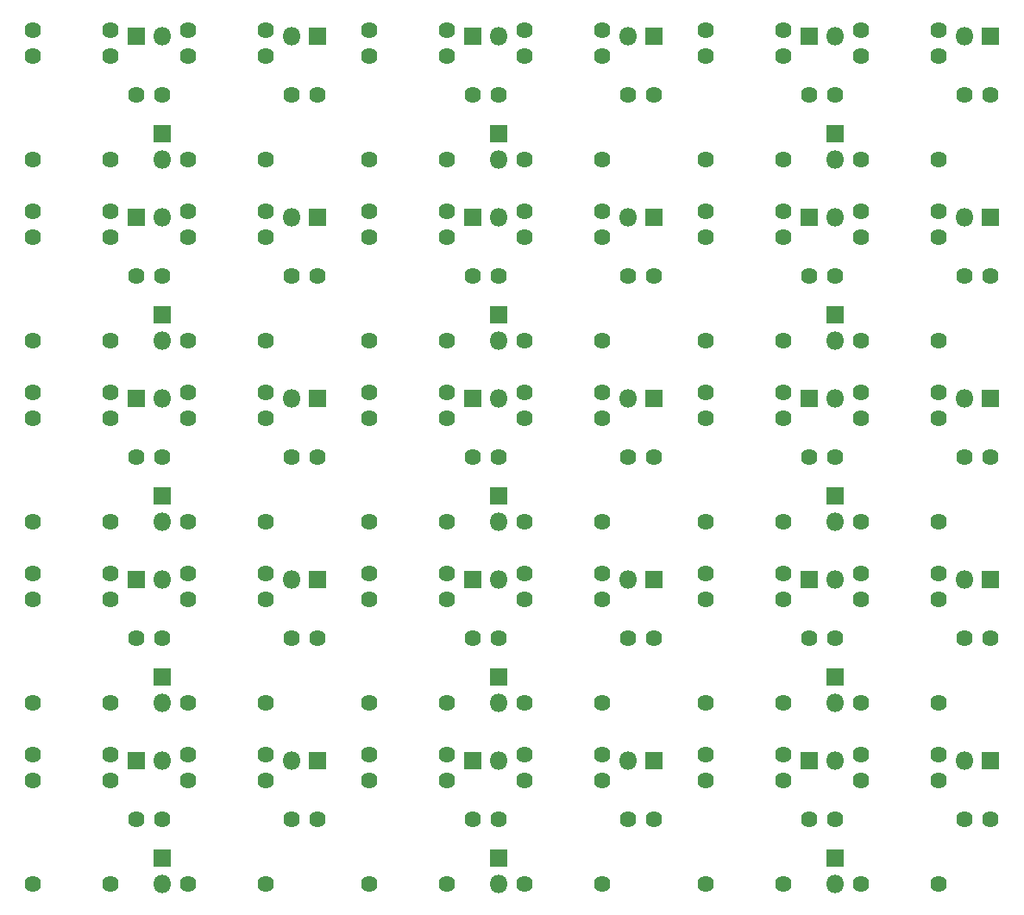
<source format=gts>
G04 #@! TF.GenerationSoftware,KiCad,Pcbnew,(5.1.6)-1*
G04 #@! TF.CreationDate,2020-06-25T08:17:18+09:00*
G04 #@! TF.ProjectId,NAND___,4e414e44-62d8-4512-9e6b-696361645f70,rev?*
G04 #@! TF.SameCoordinates,Original*
G04 #@! TF.FileFunction,Soldermask,Top*
G04 #@! TF.FilePolarity,Negative*
%FSLAX46Y46*%
G04 Gerber Fmt 4.6, Leading zero omitted, Abs format (unit mm)*
G04 Created by KiCad (PCBNEW (5.1.6)-1) date 2020-06-25 08:17:18*
%MOMM*%
%LPD*%
G01*
G04 APERTURE LIST*
%ADD10C,1.624000*%
%ADD11R,1.800000X1.800000*%
%ADD12O,1.800000X1.800000*%
G04 APERTURE END LIST*
D10*
X99695000Y-109220000D03*
X107315000Y-109220000D03*
X107315000Y-111760000D03*
X99695000Y-111760000D03*
X99695000Y-121920000D03*
X107315000Y-121920000D03*
X66675000Y-109220000D03*
X74295000Y-109220000D03*
X74295000Y-111760000D03*
X66675000Y-111760000D03*
X66675000Y-121920000D03*
X74295000Y-121920000D03*
X33655000Y-109220000D03*
X41275000Y-109220000D03*
X41275000Y-111760000D03*
X33655000Y-111760000D03*
X33655000Y-121920000D03*
X41275000Y-121920000D03*
X99695000Y-91440000D03*
X107315000Y-91440000D03*
X107315000Y-93980000D03*
X99695000Y-93980000D03*
X99695000Y-104140000D03*
X107315000Y-104140000D03*
X66675000Y-91440000D03*
X74295000Y-91440000D03*
X74295000Y-93980000D03*
X66675000Y-93980000D03*
X66675000Y-104140000D03*
X74295000Y-104140000D03*
X33655000Y-91440000D03*
X41275000Y-91440000D03*
X41275000Y-93980000D03*
X33655000Y-93980000D03*
X33655000Y-104140000D03*
X41275000Y-104140000D03*
X99695000Y-73660000D03*
X107315000Y-73660000D03*
X107315000Y-76200000D03*
X99695000Y-76200000D03*
X99695000Y-86360000D03*
X107315000Y-86360000D03*
X66675000Y-73660000D03*
X74295000Y-73660000D03*
X74295000Y-76200000D03*
X66675000Y-76200000D03*
X66675000Y-86360000D03*
X74295000Y-86360000D03*
X33655000Y-73660000D03*
X41275000Y-73660000D03*
X41275000Y-76200000D03*
X33655000Y-76200000D03*
X33655000Y-86360000D03*
X41275000Y-86360000D03*
X99695000Y-55880000D03*
X107315000Y-55880000D03*
X107315000Y-58420000D03*
X99695000Y-58420000D03*
X99695000Y-68580000D03*
X107315000Y-68580000D03*
X66675000Y-55880000D03*
X74295000Y-55880000D03*
X74295000Y-58420000D03*
X66675000Y-58420000D03*
X66675000Y-68580000D03*
X74295000Y-68580000D03*
X33655000Y-55880000D03*
X41275000Y-55880000D03*
X41275000Y-58420000D03*
X33655000Y-58420000D03*
X33655000Y-68580000D03*
X41275000Y-68580000D03*
X99695000Y-38100000D03*
X107315000Y-38100000D03*
X107315000Y-40640000D03*
X99695000Y-40640000D03*
X99695000Y-50800000D03*
X107315000Y-50800000D03*
X66675000Y-38100000D03*
X74295000Y-38100000D03*
X74295000Y-40640000D03*
X66675000Y-40640000D03*
X66675000Y-50800000D03*
X74295000Y-50800000D03*
D11*
X127635000Y-109820000D03*
D12*
X125095000Y-109820000D03*
D11*
X94615000Y-109820000D03*
D12*
X92075000Y-109820000D03*
D11*
X61595000Y-109820000D03*
D12*
X59055000Y-109820000D03*
D11*
X127635000Y-92040000D03*
D12*
X125095000Y-92040000D03*
D11*
X94615000Y-92040000D03*
D12*
X92075000Y-92040000D03*
D11*
X61595000Y-92040000D03*
D12*
X59055000Y-92040000D03*
D11*
X127635000Y-74260000D03*
D12*
X125095000Y-74260000D03*
D11*
X94615000Y-74260000D03*
D12*
X92075000Y-74260000D03*
D11*
X61595000Y-74260000D03*
D12*
X59055000Y-74260000D03*
D11*
X127635000Y-56480000D03*
D12*
X125095000Y-56480000D03*
D11*
X94615000Y-56480000D03*
D12*
X92075000Y-56480000D03*
D11*
X61595000Y-56480000D03*
D12*
X59055000Y-56480000D03*
D11*
X127635000Y-38700000D03*
D12*
X125095000Y-38700000D03*
D11*
X94615000Y-38700000D03*
D12*
X92075000Y-38700000D03*
D10*
X125095000Y-115570000D03*
X127635000Y-115570000D03*
X92075000Y-115570000D03*
X94615000Y-115570000D03*
X59055000Y-115570000D03*
X61595000Y-115570000D03*
X125095000Y-97790000D03*
X127635000Y-97790000D03*
X92075000Y-97790000D03*
X94615000Y-97790000D03*
X59055000Y-97790000D03*
X61595000Y-97790000D03*
X125095000Y-80010000D03*
X127635000Y-80010000D03*
X92075000Y-80010000D03*
X94615000Y-80010000D03*
X59055000Y-80010000D03*
X61595000Y-80010000D03*
X125095000Y-62230000D03*
X127635000Y-62230000D03*
X92075000Y-62230000D03*
X94615000Y-62230000D03*
X59055000Y-62230000D03*
X61595000Y-62230000D03*
X125095000Y-44450000D03*
X127635000Y-44450000D03*
X92075000Y-44450000D03*
X94615000Y-44450000D03*
D12*
X112395000Y-121920000D03*
D11*
X112395000Y-119380000D03*
D12*
X79375000Y-121920000D03*
D11*
X79375000Y-119380000D03*
D12*
X46355000Y-121920000D03*
D11*
X46355000Y-119380000D03*
D12*
X112395000Y-104140000D03*
D11*
X112395000Y-101600000D03*
D12*
X79375000Y-104140000D03*
D11*
X79375000Y-101600000D03*
D12*
X46355000Y-104140000D03*
D11*
X46355000Y-101600000D03*
D12*
X112395000Y-86360000D03*
D11*
X112395000Y-83820000D03*
D12*
X79375000Y-86360000D03*
D11*
X79375000Y-83820000D03*
D12*
X46355000Y-86360000D03*
D11*
X46355000Y-83820000D03*
D12*
X112395000Y-68580000D03*
D11*
X112395000Y-66040000D03*
D12*
X79375000Y-68580000D03*
D11*
X79375000Y-66040000D03*
D12*
X46355000Y-68580000D03*
D11*
X46355000Y-66040000D03*
D12*
X112395000Y-50800000D03*
D11*
X112395000Y-48260000D03*
D12*
X79375000Y-50800000D03*
D11*
X79375000Y-48260000D03*
D12*
X112395000Y-109820000D03*
D11*
X109855000Y-109820000D03*
D12*
X79375000Y-109820000D03*
D11*
X76835000Y-109820000D03*
D12*
X46355000Y-109820000D03*
D11*
X43815000Y-109820000D03*
D12*
X112395000Y-92040000D03*
D11*
X109855000Y-92040000D03*
D12*
X79375000Y-92040000D03*
D11*
X76835000Y-92040000D03*
D12*
X46355000Y-92040000D03*
D11*
X43815000Y-92040000D03*
D12*
X112395000Y-74260000D03*
D11*
X109855000Y-74260000D03*
D12*
X79375000Y-74260000D03*
D11*
X76835000Y-74260000D03*
D12*
X46355000Y-74260000D03*
D11*
X43815000Y-74260000D03*
D12*
X112395000Y-56480000D03*
D11*
X109855000Y-56480000D03*
D12*
X79375000Y-56480000D03*
D11*
X76835000Y-56480000D03*
D12*
X46355000Y-56480000D03*
D11*
X43815000Y-56480000D03*
D12*
X112395000Y-38700000D03*
D11*
X109855000Y-38700000D03*
D12*
X79375000Y-38700000D03*
D11*
X76835000Y-38700000D03*
D10*
X122555000Y-121920000D03*
X114935000Y-121920000D03*
X114935000Y-111760000D03*
X122555000Y-111760000D03*
X122555000Y-109220000D03*
X114935000Y-109220000D03*
X89535000Y-121920000D03*
X81915000Y-121920000D03*
X81915000Y-111760000D03*
X89535000Y-111760000D03*
X89535000Y-109220000D03*
X81915000Y-109220000D03*
X56515000Y-121920000D03*
X48895000Y-121920000D03*
X48895000Y-111760000D03*
X56515000Y-111760000D03*
X56515000Y-109220000D03*
X48895000Y-109220000D03*
X122555000Y-104140000D03*
X114935000Y-104140000D03*
X114935000Y-93980000D03*
X122555000Y-93980000D03*
X122555000Y-91440000D03*
X114935000Y-91440000D03*
X89535000Y-104140000D03*
X81915000Y-104140000D03*
X81915000Y-93980000D03*
X89535000Y-93980000D03*
X89535000Y-91440000D03*
X81915000Y-91440000D03*
X56515000Y-104140000D03*
X48895000Y-104140000D03*
X48895000Y-93980000D03*
X56515000Y-93980000D03*
X56515000Y-91440000D03*
X48895000Y-91440000D03*
X122555000Y-86360000D03*
X114935000Y-86360000D03*
X114935000Y-76200000D03*
X122555000Y-76200000D03*
X122555000Y-73660000D03*
X114935000Y-73660000D03*
X89535000Y-86360000D03*
X81915000Y-86360000D03*
X81915000Y-76200000D03*
X89535000Y-76200000D03*
X89535000Y-73660000D03*
X81915000Y-73660000D03*
X56515000Y-86360000D03*
X48895000Y-86360000D03*
X48895000Y-76200000D03*
X56515000Y-76200000D03*
X56515000Y-73660000D03*
X48895000Y-73660000D03*
X122555000Y-68580000D03*
X114935000Y-68580000D03*
X114935000Y-58420000D03*
X122555000Y-58420000D03*
X122555000Y-55880000D03*
X114935000Y-55880000D03*
X89535000Y-68580000D03*
X81915000Y-68580000D03*
X81915000Y-58420000D03*
X89535000Y-58420000D03*
X89535000Y-55880000D03*
X81915000Y-55880000D03*
X56515000Y-68580000D03*
X48895000Y-68580000D03*
X48895000Y-58420000D03*
X56515000Y-58420000D03*
X56515000Y-55880000D03*
X48895000Y-55880000D03*
X122555000Y-50800000D03*
X114935000Y-50800000D03*
X114935000Y-40640000D03*
X122555000Y-40640000D03*
X122555000Y-38100000D03*
X114935000Y-38100000D03*
X89535000Y-50800000D03*
X81915000Y-50800000D03*
X81915000Y-40640000D03*
X89535000Y-40640000D03*
X89535000Y-38100000D03*
X81915000Y-38100000D03*
X112395000Y-115570000D03*
X109855000Y-115570000D03*
X79375000Y-115570000D03*
X76835000Y-115570000D03*
X46355000Y-115570000D03*
X43815000Y-115570000D03*
X112395000Y-97790000D03*
X109855000Y-97790000D03*
X79375000Y-97790000D03*
X76835000Y-97790000D03*
X46355000Y-97790000D03*
X43815000Y-97790000D03*
X112395000Y-80010000D03*
X109855000Y-80010000D03*
X79375000Y-80010000D03*
X76835000Y-80010000D03*
X46355000Y-80010000D03*
X43815000Y-80010000D03*
X112395000Y-62230000D03*
X109855000Y-62230000D03*
X79375000Y-62230000D03*
X76835000Y-62230000D03*
X46355000Y-62230000D03*
X43815000Y-62230000D03*
X112395000Y-44450000D03*
X109855000Y-44450000D03*
X79375000Y-44450000D03*
X76835000Y-44450000D03*
X43815000Y-44450000D03*
X46355000Y-44450000D03*
X61595000Y-44450000D03*
X59055000Y-44450000D03*
D11*
X43815000Y-38700000D03*
D12*
X46355000Y-38700000D03*
D11*
X46355000Y-48260000D03*
D12*
X46355000Y-50800000D03*
X59055000Y-38700000D03*
D11*
X61595000Y-38700000D03*
D10*
X41275000Y-50800000D03*
X33655000Y-50800000D03*
X33655000Y-40640000D03*
X41275000Y-40640000D03*
X41275000Y-38100000D03*
X33655000Y-38100000D03*
X48895000Y-38100000D03*
X56515000Y-38100000D03*
X56515000Y-40640000D03*
X48895000Y-40640000D03*
X48895000Y-50800000D03*
X56515000Y-50800000D03*
M02*

</source>
